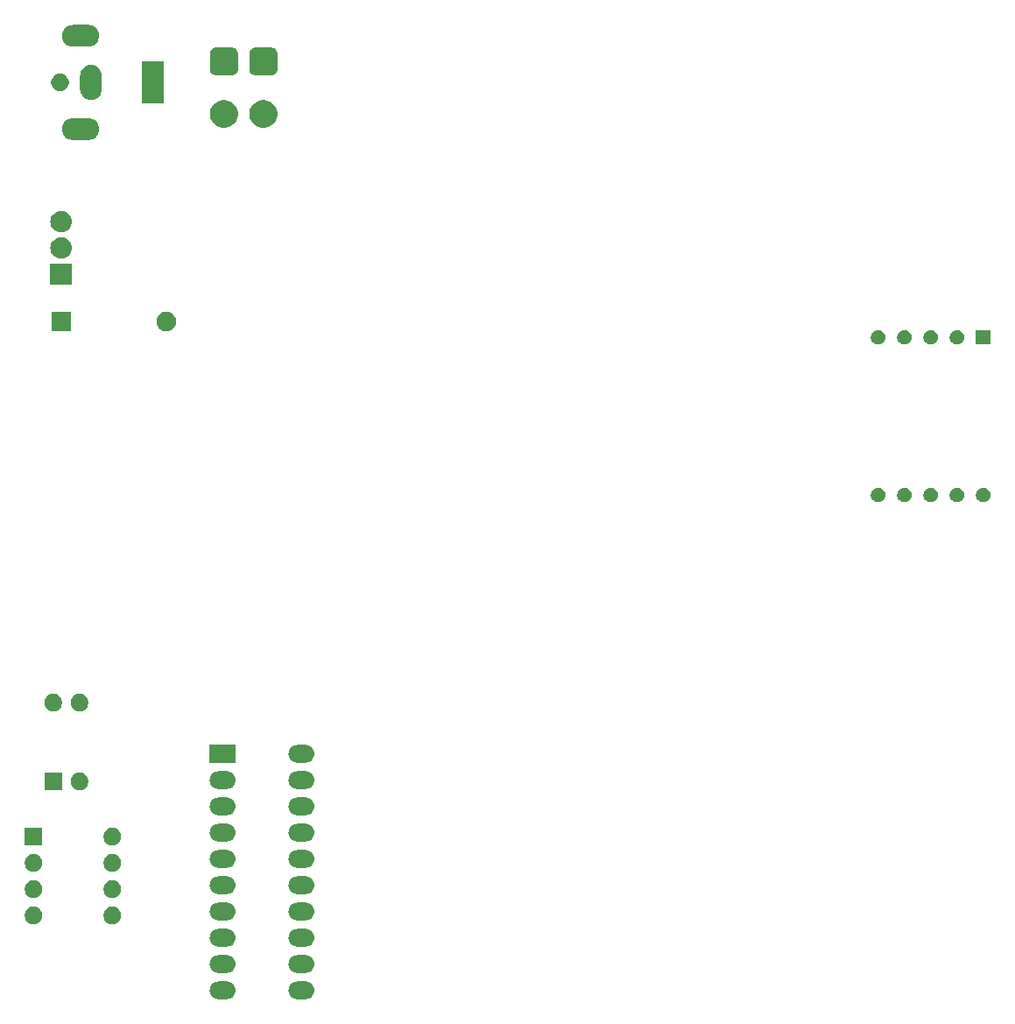
<source format=gbr>
G04 #@! TF.GenerationSoftware,KiCad,Pcbnew,(5.1.5)-3*
G04 #@! TF.CreationDate,2020-12-03T02:51:26-05:00*
G04 #@! TF.ProjectId,7447_Replica,37343437-5f52-4657-906c-6963612e6b69,rev?*
G04 #@! TF.SameCoordinates,Original*
G04 #@! TF.FileFunction,Soldermask,Bot*
G04 #@! TF.FilePolarity,Negative*
%FSLAX46Y46*%
G04 Gerber Fmt 4.6, Leading zero omitted, Abs format (unit mm)*
G04 Created by KiCad (PCBNEW (5.1.5)-3) date 2020-12-03 02:51:26*
%MOMM*%
%LPD*%
G04 APERTURE LIST*
%ADD10C,0.100000*%
G04 APERTURE END LIST*
D10*
G36*
X67876823Y-118414313D02*
G01*
X68037242Y-118462976D01*
X68169906Y-118533886D01*
X68185078Y-118541996D01*
X68314659Y-118648341D01*
X68421004Y-118777922D01*
X68421005Y-118777924D01*
X68500024Y-118925758D01*
X68548687Y-119086177D01*
X68565117Y-119253000D01*
X68548687Y-119419823D01*
X68500024Y-119580242D01*
X68429114Y-119712906D01*
X68421004Y-119728078D01*
X68314659Y-119857659D01*
X68185078Y-119964004D01*
X68185076Y-119964005D01*
X68037242Y-120043024D01*
X67876823Y-120091687D01*
X67751804Y-120104000D01*
X66868196Y-120104000D01*
X66743177Y-120091687D01*
X66582758Y-120043024D01*
X66434924Y-119964005D01*
X66434922Y-119964004D01*
X66305341Y-119857659D01*
X66198996Y-119728078D01*
X66190886Y-119712906D01*
X66119976Y-119580242D01*
X66071313Y-119419823D01*
X66054883Y-119253000D01*
X66071313Y-119086177D01*
X66119976Y-118925758D01*
X66198995Y-118777924D01*
X66198996Y-118777922D01*
X66305341Y-118648341D01*
X66434922Y-118541996D01*
X66450094Y-118533886D01*
X66582758Y-118462976D01*
X66743177Y-118414313D01*
X66868196Y-118402000D01*
X67751804Y-118402000D01*
X67876823Y-118414313D01*
G37*
G36*
X60256823Y-118414313D02*
G01*
X60417242Y-118462976D01*
X60549906Y-118533886D01*
X60565078Y-118541996D01*
X60694659Y-118648341D01*
X60801004Y-118777922D01*
X60801005Y-118777924D01*
X60880024Y-118925758D01*
X60928687Y-119086177D01*
X60945117Y-119253000D01*
X60928687Y-119419823D01*
X60880024Y-119580242D01*
X60809114Y-119712906D01*
X60801004Y-119728078D01*
X60694659Y-119857659D01*
X60565078Y-119964004D01*
X60565076Y-119964005D01*
X60417242Y-120043024D01*
X60256823Y-120091687D01*
X60131804Y-120104000D01*
X59248196Y-120104000D01*
X59123177Y-120091687D01*
X58962758Y-120043024D01*
X58814924Y-119964005D01*
X58814922Y-119964004D01*
X58685341Y-119857659D01*
X58578996Y-119728078D01*
X58570886Y-119712906D01*
X58499976Y-119580242D01*
X58451313Y-119419823D01*
X58434883Y-119253000D01*
X58451313Y-119086177D01*
X58499976Y-118925758D01*
X58578995Y-118777924D01*
X58578996Y-118777922D01*
X58685341Y-118648341D01*
X58814922Y-118541996D01*
X58830094Y-118533886D01*
X58962758Y-118462976D01*
X59123177Y-118414313D01*
X59248196Y-118402000D01*
X60131804Y-118402000D01*
X60256823Y-118414313D01*
G37*
G36*
X67876823Y-115874313D02*
G01*
X68037242Y-115922976D01*
X68169906Y-115993886D01*
X68185078Y-116001996D01*
X68314659Y-116108341D01*
X68421004Y-116237922D01*
X68421005Y-116237924D01*
X68500024Y-116385758D01*
X68548687Y-116546177D01*
X68565117Y-116713000D01*
X68548687Y-116879823D01*
X68500024Y-117040242D01*
X68429114Y-117172906D01*
X68421004Y-117188078D01*
X68314659Y-117317659D01*
X68185078Y-117424004D01*
X68185076Y-117424005D01*
X68037242Y-117503024D01*
X67876823Y-117551687D01*
X67751804Y-117564000D01*
X66868196Y-117564000D01*
X66743177Y-117551687D01*
X66582758Y-117503024D01*
X66434924Y-117424005D01*
X66434922Y-117424004D01*
X66305341Y-117317659D01*
X66198996Y-117188078D01*
X66190886Y-117172906D01*
X66119976Y-117040242D01*
X66071313Y-116879823D01*
X66054883Y-116713000D01*
X66071313Y-116546177D01*
X66119976Y-116385758D01*
X66198995Y-116237924D01*
X66198996Y-116237922D01*
X66305341Y-116108341D01*
X66434922Y-116001996D01*
X66450094Y-115993886D01*
X66582758Y-115922976D01*
X66743177Y-115874313D01*
X66868196Y-115862000D01*
X67751804Y-115862000D01*
X67876823Y-115874313D01*
G37*
G36*
X60256823Y-115874313D02*
G01*
X60417242Y-115922976D01*
X60549906Y-115993886D01*
X60565078Y-116001996D01*
X60694659Y-116108341D01*
X60801004Y-116237922D01*
X60801005Y-116237924D01*
X60880024Y-116385758D01*
X60928687Y-116546177D01*
X60945117Y-116713000D01*
X60928687Y-116879823D01*
X60880024Y-117040242D01*
X60809114Y-117172906D01*
X60801004Y-117188078D01*
X60694659Y-117317659D01*
X60565078Y-117424004D01*
X60565076Y-117424005D01*
X60417242Y-117503024D01*
X60256823Y-117551687D01*
X60131804Y-117564000D01*
X59248196Y-117564000D01*
X59123177Y-117551687D01*
X58962758Y-117503024D01*
X58814924Y-117424005D01*
X58814922Y-117424004D01*
X58685341Y-117317659D01*
X58578996Y-117188078D01*
X58570886Y-117172906D01*
X58499976Y-117040242D01*
X58451313Y-116879823D01*
X58434883Y-116713000D01*
X58451313Y-116546177D01*
X58499976Y-116385758D01*
X58578995Y-116237924D01*
X58578996Y-116237922D01*
X58685341Y-116108341D01*
X58814922Y-116001996D01*
X58830094Y-115993886D01*
X58962758Y-115922976D01*
X59123177Y-115874313D01*
X59248196Y-115862000D01*
X60131804Y-115862000D01*
X60256823Y-115874313D01*
G37*
G36*
X67876823Y-113334313D02*
G01*
X68037242Y-113382976D01*
X68169906Y-113453886D01*
X68185078Y-113461996D01*
X68314659Y-113568341D01*
X68421004Y-113697922D01*
X68421005Y-113697924D01*
X68500024Y-113845758D01*
X68548687Y-114006177D01*
X68565117Y-114173000D01*
X68548687Y-114339823D01*
X68500024Y-114500242D01*
X68429114Y-114632906D01*
X68421004Y-114648078D01*
X68314659Y-114777659D01*
X68185078Y-114884004D01*
X68185076Y-114884005D01*
X68037242Y-114963024D01*
X67876823Y-115011687D01*
X67751804Y-115024000D01*
X66868196Y-115024000D01*
X66743177Y-115011687D01*
X66582758Y-114963024D01*
X66434924Y-114884005D01*
X66434922Y-114884004D01*
X66305341Y-114777659D01*
X66198996Y-114648078D01*
X66190886Y-114632906D01*
X66119976Y-114500242D01*
X66071313Y-114339823D01*
X66054883Y-114173000D01*
X66071313Y-114006177D01*
X66119976Y-113845758D01*
X66198995Y-113697924D01*
X66198996Y-113697922D01*
X66305341Y-113568341D01*
X66434922Y-113461996D01*
X66450094Y-113453886D01*
X66582758Y-113382976D01*
X66743177Y-113334313D01*
X66868196Y-113322000D01*
X67751804Y-113322000D01*
X67876823Y-113334313D01*
G37*
G36*
X60256823Y-113334313D02*
G01*
X60417242Y-113382976D01*
X60549906Y-113453886D01*
X60565078Y-113461996D01*
X60694659Y-113568341D01*
X60801004Y-113697922D01*
X60801005Y-113697924D01*
X60880024Y-113845758D01*
X60928687Y-114006177D01*
X60945117Y-114173000D01*
X60928687Y-114339823D01*
X60880024Y-114500242D01*
X60809114Y-114632906D01*
X60801004Y-114648078D01*
X60694659Y-114777659D01*
X60565078Y-114884004D01*
X60565076Y-114884005D01*
X60417242Y-114963024D01*
X60256823Y-115011687D01*
X60131804Y-115024000D01*
X59248196Y-115024000D01*
X59123177Y-115011687D01*
X58962758Y-114963024D01*
X58814924Y-114884005D01*
X58814922Y-114884004D01*
X58685341Y-114777659D01*
X58578996Y-114648078D01*
X58570886Y-114632906D01*
X58499976Y-114500242D01*
X58451313Y-114339823D01*
X58434883Y-114173000D01*
X58451313Y-114006177D01*
X58499976Y-113845758D01*
X58578995Y-113697924D01*
X58578996Y-113697922D01*
X58685341Y-113568341D01*
X58814922Y-113461996D01*
X58830094Y-113453886D01*
X58962758Y-113382976D01*
X59123177Y-113334313D01*
X59248196Y-113322000D01*
X60131804Y-113322000D01*
X60256823Y-113334313D01*
G37*
G36*
X41650228Y-111195703D02*
G01*
X41805100Y-111259853D01*
X41944481Y-111352985D01*
X42063015Y-111471519D01*
X42156147Y-111610900D01*
X42220297Y-111765772D01*
X42253000Y-111930184D01*
X42253000Y-112097816D01*
X42220297Y-112262228D01*
X42156147Y-112417100D01*
X42063015Y-112556481D01*
X41944481Y-112675015D01*
X41805100Y-112768147D01*
X41650228Y-112832297D01*
X41485816Y-112865000D01*
X41318184Y-112865000D01*
X41153772Y-112832297D01*
X40998900Y-112768147D01*
X40859519Y-112675015D01*
X40740985Y-112556481D01*
X40647853Y-112417100D01*
X40583703Y-112262228D01*
X40551000Y-112097816D01*
X40551000Y-111930184D01*
X40583703Y-111765772D01*
X40647853Y-111610900D01*
X40740985Y-111471519D01*
X40859519Y-111352985D01*
X40998900Y-111259853D01*
X41153772Y-111195703D01*
X41318184Y-111163000D01*
X41485816Y-111163000D01*
X41650228Y-111195703D01*
G37*
G36*
X49270228Y-111195703D02*
G01*
X49425100Y-111259853D01*
X49564481Y-111352985D01*
X49683015Y-111471519D01*
X49776147Y-111610900D01*
X49840297Y-111765772D01*
X49873000Y-111930184D01*
X49873000Y-112097816D01*
X49840297Y-112262228D01*
X49776147Y-112417100D01*
X49683015Y-112556481D01*
X49564481Y-112675015D01*
X49425100Y-112768147D01*
X49270228Y-112832297D01*
X49105816Y-112865000D01*
X48938184Y-112865000D01*
X48773772Y-112832297D01*
X48618900Y-112768147D01*
X48479519Y-112675015D01*
X48360985Y-112556481D01*
X48267853Y-112417100D01*
X48203703Y-112262228D01*
X48171000Y-112097816D01*
X48171000Y-111930184D01*
X48203703Y-111765772D01*
X48267853Y-111610900D01*
X48360985Y-111471519D01*
X48479519Y-111352985D01*
X48618900Y-111259853D01*
X48773772Y-111195703D01*
X48938184Y-111163000D01*
X49105816Y-111163000D01*
X49270228Y-111195703D01*
G37*
G36*
X67876823Y-110794313D02*
G01*
X68037242Y-110842976D01*
X68169906Y-110913886D01*
X68185078Y-110921996D01*
X68314659Y-111028341D01*
X68421004Y-111157922D01*
X68421005Y-111157924D01*
X68500024Y-111305758D01*
X68548687Y-111466177D01*
X68565117Y-111633000D01*
X68548687Y-111799823D01*
X68500024Y-111960242D01*
X68429114Y-112092906D01*
X68421004Y-112108078D01*
X68314659Y-112237659D01*
X68185078Y-112344004D01*
X68185076Y-112344005D01*
X68037242Y-112423024D01*
X67876823Y-112471687D01*
X67751804Y-112484000D01*
X66868196Y-112484000D01*
X66743177Y-112471687D01*
X66582758Y-112423024D01*
X66434924Y-112344005D01*
X66434922Y-112344004D01*
X66305341Y-112237659D01*
X66198996Y-112108078D01*
X66190886Y-112092906D01*
X66119976Y-111960242D01*
X66071313Y-111799823D01*
X66054883Y-111633000D01*
X66071313Y-111466177D01*
X66119976Y-111305758D01*
X66198995Y-111157924D01*
X66198996Y-111157922D01*
X66305341Y-111028341D01*
X66434922Y-110921996D01*
X66450094Y-110913886D01*
X66582758Y-110842976D01*
X66743177Y-110794313D01*
X66868196Y-110782000D01*
X67751804Y-110782000D01*
X67876823Y-110794313D01*
G37*
G36*
X60256823Y-110794313D02*
G01*
X60417242Y-110842976D01*
X60549906Y-110913886D01*
X60565078Y-110921996D01*
X60694659Y-111028341D01*
X60801004Y-111157922D01*
X60801005Y-111157924D01*
X60880024Y-111305758D01*
X60928687Y-111466177D01*
X60945117Y-111633000D01*
X60928687Y-111799823D01*
X60880024Y-111960242D01*
X60809114Y-112092906D01*
X60801004Y-112108078D01*
X60694659Y-112237659D01*
X60565078Y-112344004D01*
X60565076Y-112344005D01*
X60417242Y-112423024D01*
X60256823Y-112471687D01*
X60131804Y-112484000D01*
X59248196Y-112484000D01*
X59123177Y-112471687D01*
X58962758Y-112423024D01*
X58814924Y-112344005D01*
X58814922Y-112344004D01*
X58685341Y-112237659D01*
X58578996Y-112108078D01*
X58570886Y-112092906D01*
X58499976Y-111960242D01*
X58451313Y-111799823D01*
X58434883Y-111633000D01*
X58451313Y-111466177D01*
X58499976Y-111305758D01*
X58578995Y-111157924D01*
X58578996Y-111157922D01*
X58685341Y-111028341D01*
X58814922Y-110921996D01*
X58830094Y-110913886D01*
X58962758Y-110842976D01*
X59123177Y-110794313D01*
X59248196Y-110782000D01*
X60131804Y-110782000D01*
X60256823Y-110794313D01*
G37*
G36*
X41650228Y-108655703D02*
G01*
X41805100Y-108719853D01*
X41944481Y-108812985D01*
X42063015Y-108931519D01*
X42156147Y-109070900D01*
X42220297Y-109225772D01*
X42253000Y-109390184D01*
X42253000Y-109557816D01*
X42220297Y-109722228D01*
X42156147Y-109877100D01*
X42063015Y-110016481D01*
X41944481Y-110135015D01*
X41805100Y-110228147D01*
X41650228Y-110292297D01*
X41485816Y-110325000D01*
X41318184Y-110325000D01*
X41153772Y-110292297D01*
X40998900Y-110228147D01*
X40859519Y-110135015D01*
X40740985Y-110016481D01*
X40647853Y-109877100D01*
X40583703Y-109722228D01*
X40551000Y-109557816D01*
X40551000Y-109390184D01*
X40583703Y-109225772D01*
X40647853Y-109070900D01*
X40740985Y-108931519D01*
X40859519Y-108812985D01*
X40998900Y-108719853D01*
X41153772Y-108655703D01*
X41318184Y-108623000D01*
X41485816Y-108623000D01*
X41650228Y-108655703D01*
G37*
G36*
X49270228Y-108655703D02*
G01*
X49425100Y-108719853D01*
X49564481Y-108812985D01*
X49683015Y-108931519D01*
X49776147Y-109070900D01*
X49840297Y-109225772D01*
X49873000Y-109390184D01*
X49873000Y-109557816D01*
X49840297Y-109722228D01*
X49776147Y-109877100D01*
X49683015Y-110016481D01*
X49564481Y-110135015D01*
X49425100Y-110228147D01*
X49270228Y-110292297D01*
X49105816Y-110325000D01*
X48938184Y-110325000D01*
X48773772Y-110292297D01*
X48618900Y-110228147D01*
X48479519Y-110135015D01*
X48360985Y-110016481D01*
X48267853Y-109877100D01*
X48203703Y-109722228D01*
X48171000Y-109557816D01*
X48171000Y-109390184D01*
X48203703Y-109225772D01*
X48267853Y-109070900D01*
X48360985Y-108931519D01*
X48479519Y-108812985D01*
X48618900Y-108719853D01*
X48773772Y-108655703D01*
X48938184Y-108623000D01*
X49105816Y-108623000D01*
X49270228Y-108655703D01*
G37*
G36*
X60256823Y-108254313D02*
G01*
X60417242Y-108302976D01*
X60549906Y-108373886D01*
X60565078Y-108381996D01*
X60694659Y-108488341D01*
X60801004Y-108617922D01*
X60801005Y-108617924D01*
X60880024Y-108765758D01*
X60928687Y-108926177D01*
X60945117Y-109093000D01*
X60928687Y-109259823D01*
X60880024Y-109420242D01*
X60809114Y-109552906D01*
X60801004Y-109568078D01*
X60694659Y-109697659D01*
X60565078Y-109804004D01*
X60565076Y-109804005D01*
X60417242Y-109883024D01*
X60256823Y-109931687D01*
X60131804Y-109944000D01*
X59248196Y-109944000D01*
X59123177Y-109931687D01*
X58962758Y-109883024D01*
X58814924Y-109804005D01*
X58814922Y-109804004D01*
X58685341Y-109697659D01*
X58578996Y-109568078D01*
X58570886Y-109552906D01*
X58499976Y-109420242D01*
X58451313Y-109259823D01*
X58434883Y-109093000D01*
X58451313Y-108926177D01*
X58499976Y-108765758D01*
X58578995Y-108617924D01*
X58578996Y-108617922D01*
X58685341Y-108488341D01*
X58814922Y-108381996D01*
X58830094Y-108373886D01*
X58962758Y-108302976D01*
X59123177Y-108254313D01*
X59248196Y-108242000D01*
X60131804Y-108242000D01*
X60256823Y-108254313D01*
G37*
G36*
X67876823Y-108254313D02*
G01*
X68037242Y-108302976D01*
X68169906Y-108373886D01*
X68185078Y-108381996D01*
X68314659Y-108488341D01*
X68421004Y-108617922D01*
X68421005Y-108617924D01*
X68500024Y-108765758D01*
X68548687Y-108926177D01*
X68565117Y-109093000D01*
X68548687Y-109259823D01*
X68500024Y-109420242D01*
X68429114Y-109552906D01*
X68421004Y-109568078D01*
X68314659Y-109697659D01*
X68185078Y-109804004D01*
X68185076Y-109804005D01*
X68037242Y-109883024D01*
X67876823Y-109931687D01*
X67751804Y-109944000D01*
X66868196Y-109944000D01*
X66743177Y-109931687D01*
X66582758Y-109883024D01*
X66434924Y-109804005D01*
X66434922Y-109804004D01*
X66305341Y-109697659D01*
X66198996Y-109568078D01*
X66190886Y-109552906D01*
X66119976Y-109420242D01*
X66071313Y-109259823D01*
X66054883Y-109093000D01*
X66071313Y-108926177D01*
X66119976Y-108765758D01*
X66198995Y-108617924D01*
X66198996Y-108617922D01*
X66305341Y-108488341D01*
X66434922Y-108381996D01*
X66450094Y-108373886D01*
X66582758Y-108302976D01*
X66743177Y-108254313D01*
X66868196Y-108242000D01*
X67751804Y-108242000D01*
X67876823Y-108254313D01*
G37*
G36*
X49270228Y-106115703D02*
G01*
X49425100Y-106179853D01*
X49564481Y-106272985D01*
X49683015Y-106391519D01*
X49776147Y-106530900D01*
X49840297Y-106685772D01*
X49873000Y-106850184D01*
X49873000Y-107017816D01*
X49840297Y-107182228D01*
X49776147Y-107337100D01*
X49683015Y-107476481D01*
X49564481Y-107595015D01*
X49425100Y-107688147D01*
X49270228Y-107752297D01*
X49105816Y-107785000D01*
X48938184Y-107785000D01*
X48773772Y-107752297D01*
X48618900Y-107688147D01*
X48479519Y-107595015D01*
X48360985Y-107476481D01*
X48267853Y-107337100D01*
X48203703Y-107182228D01*
X48171000Y-107017816D01*
X48171000Y-106850184D01*
X48203703Y-106685772D01*
X48267853Y-106530900D01*
X48360985Y-106391519D01*
X48479519Y-106272985D01*
X48618900Y-106179853D01*
X48773772Y-106115703D01*
X48938184Y-106083000D01*
X49105816Y-106083000D01*
X49270228Y-106115703D01*
G37*
G36*
X41650228Y-106115703D02*
G01*
X41805100Y-106179853D01*
X41944481Y-106272985D01*
X42063015Y-106391519D01*
X42156147Y-106530900D01*
X42220297Y-106685772D01*
X42253000Y-106850184D01*
X42253000Y-107017816D01*
X42220297Y-107182228D01*
X42156147Y-107337100D01*
X42063015Y-107476481D01*
X41944481Y-107595015D01*
X41805100Y-107688147D01*
X41650228Y-107752297D01*
X41485816Y-107785000D01*
X41318184Y-107785000D01*
X41153772Y-107752297D01*
X40998900Y-107688147D01*
X40859519Y-107595015D01*
X40740985Y-107476481D01*
X40647853Y-107337100D01*
X40583703Y-107182228D01*
X40551000Y-107017816D01*
X40551000Y-106850184D01*
X40583703Y-106685772D01*
X40647853Y-106530900D01*
X40740985Y-106391519D01*
X40859519Y-106272985D01*
X40998900Y-106179853D01*
X41153772Y-106115703D01*
X41318184Y-106083000D01*
X41485816Y-106083000D01*
X41650228Y-106115703D01*
G37*
G36*
X60256823Y-105714313D02*
G01*
X60417242Y-105762976D01*
X60549906Y-105833886D01*
X60565078Y-105841996D01*
X60694659Y-105948341D01*
X60801004Y-106077922D01*
X60801005Y-106077924D01*
X60880024Y-106225758D01*
X60928687Y-106386177D01*
X60945117Y-106553000D01*
X60928687Y-106719823D01*
X60880024Y-106880242D01*
X60809114Y-107012906D01*
X60801004Y-107028078D01*
X60694659Y-107157659D01*
X60565078Y-107264004D01*
X60565076Y-107264005D01*
X60417242Y-107343024D01*
X60256823Y-107391687D01*
X60131804Y-107404000D01*
X59248196Y-107404000D01*
X59123177Y-107391687D01*
X58962758Y-107343024D01*
X58814924Y-107264005D01*
X58814922Y-107264004D01*
X58685341Y-107157659D01*
X58578996Y-107028078D01*
X58570886Y-107012906D01*
X58499976Y-106880242D01*
X58451313Y-106719823D01*
X58434883Y-106553000D01*
X58451313Y-106386177D01*
X58499976Y-106225758D01*
X58578995Y-106077924D01*
X58578996Y-106077922D01*
X58685341Y-105948341D01*
X58814922Y-105841996D01*
X58830094Y-105833886D01*
X58962758Y-105762976D01*
X59123177Y-105714313D01*
X59248196Y-105702000D01*
X60131804Y-105702000D01*
X60256823Y-105714313D01*
G37*
G36*
X67876823Y-105714313D02*
G01*
X68037242Y-105762976D01*
X68169906Y-105833886D01*
X68185078Y-105841996D01*
X68314659Y-105948341D01*
X68421004Y-106077922D01*
X68421005Y-106077924D01*
X68500024Y-106225758D01*
X68548687Y-106386177D01*
X68565117Y-106553000D01*
X68548687Y-106719823D01*
X68500024Y-106880242D01*
X68429114Y-107012906D01*
X68421004Y-107028078D01*
X68314659Y-107157659D01*
X68185078Y-107264004D01*
X68185076Y-107264005D01*
X68037242Y-107343024D01*
X67876823Y-107391687D01*
X67751804Y-107404000D01*
X66868196Y-107404000D01*
X66743177Y-107391687D01*
X66582758Y-107343024D01*
X66434924Y-107264005D01*
X66434922Y-107264004D01*
X66305341Y-107157659D01*
X66198996Y-107028078D01*
X66190886Y-107012906D01*
X66119976Y-106880242D01*
X66071313Y-106719823D01*
X66054883Y-106553000D01*
X66071313Y-106386177D01*
X66119976Y-106225758D01*
X66198995Y-106077924D01*
X66198996Y-106077922D01*
X66305341Y-105948341D01*
X66434922Y-105841996D01*
X66450094Y-105833886D01*
X66582758Y-105762976D01*
X66743177Y-105714313D01*
X66868196Y-105702000D01*
X67751804Y-105702000D01*
X67876823Y-105714313D01*
G37*
G36*
X49270228Y-103575703D02*
G01*
X49425100Y-103639853D01*
X49564481Y-103732985D01*
X49683015Y-103851519D01*
X49776147Y-103990900D01*
X49840297Y-104145772D01*
X49873000Y-104310184D01*
X49873000Y-104477816D01*
X49840297Y-104642228D01*
X49776147Y-104797100D01*
X49683015Y-104936481D01*
X49564481Y-105055015D01*
X49425100Y-105148147D01*
X49270228Y-105212297D01*
X49105816Y-105245000D01*
X48938184Y-105245000D01*
X48773772Y-105212297D01*
X48618900Y-105148147D01*
X48479519Y-105055015D01*
X48360985Y-104936481D01*
X48267853Y-104797100D01*
X48203703Y-104642228D01*
X48171000Y-104477816D01*
X48171000Y-104310184D01*
X48203703Y-104145772D01*
X48267853Y-103990900D01*
X48360985Y-103851519D01*
X48479519Y-103732985D01*
X48618900Y-103639853D01*
X48773772Y-103575703D01*
X48938184Y-103543000D01*
X49105816Y-103543000D01*
X49270228Y-103575703D01*
G37*
G36*
X42253000Y-105245000D02*
G01*
X40551000Y-105245000D01*
X40551000Y-103543000D01*
X42253000Y-103543000D01*
X42253000Y-105245000D01*
G37*
G36*
X67876823Y-103174313D02*
G01*
X68037242Y-103222976D01*
X68169906Y-103293886D01*
X68185078Y-103301996D01*
X68314659Y-103408341D01*
X68421004Y-103537922D01*
X68421005Y-103537924D01*
X68500024Y-103685758D01*
X68548687Y-103846177D01*
X68565117Y-104013000D01*
X68548687Y-104179823D01*
X68500024Y-104340242D01*
X68429114Y-104472906D01*
X68421004Y-104488078D01*
X68314659Y-104617659D01*
X68185078Y-104724004D01*
X68185076Y-104724005D01*
X68037242Y-104803024D01*
X67876823Y-104851687D01*
X67751804Y-104864000D01*
X66868196Y-104864000D01*
X66743177Y-104851687D01*
X66582758Y-104803024D01*
X66434924Y-104724005D01*
X66434922Y-104724004D01*
X66305341Y-104617659D01*
X66198996Y-104488078D01*
X66190886Y-104472906D01*
X66119976Y-104340242D01*
X66071313Y-104179823D01*
X66054883Y-104013000D01*
X66071313Y-103846177D01*
X66119976Y-103685758D01*
X66198995Y-103537924D01*
X66198996Y-103537922D01*
X66305341Y-103408341D01*
X66434922Y-103301996D01*
X66450094Y-103293886D01*
X66582758Y-103222976D01*
X66743177Y-103174313D01*
X66868196Y-103162000D01*
X67751804Y-103162000D01*
X67876823Y-103174313D01*
G37*
G36*
X60256823Y-103174313D02*
G01*
X60417242Y-103222976D01*
X60549906Y-103293886D01*
X60565078Y-103301996D01*
X60694659Y-103408341D01*
X60801004Y-103537922D01*
X60801005Y-103537924D01*
X60880024Y-103685758D01*
X60928687Y-103846177D01*
X60945117Y-104013000D01*
X60928687Y-104179823D01*
X60880024Y-104340242D01*
X60809114Y-104472906D01*
X60801004Y-104488078D01*
X60694659Y-104617659D01*
X60565078Y-104724004D01*
X60565076Y-104724005D01*
X60417242Y-104803024D01*
X60256823Y-104851687D01*
X60131804Y-104864000D01*
X59248196Y-104864000D01*
X59123177Y-104851687D01*
X58962758Y-104803024D01*
X58814924Y-104724005D01*
X58814922Y-104724004D01*
X58685341Y-104617659D01*
X58578996Y-104488078D01*
X58570886Y-104472906D01*
X58499976Y-104340242D01*
X58451313Y-104179823D01*
X58434883Y-104013000D01*
X58451313Y-103846177D01*
X58499976Y-103685758D01*
X58578995Y-103537924D01*
X58578996Y-103537922D01*
X58685341Y-103408341D01*
X58814922Y-103301996D01*
X58830094Y-103293886D01*
X58962758Y-103222976D01*
X59123177Y-103174313D01*
X59248196Y-103162000D01*
X60131804Y-103162000D01*
X60256823Y-103174313D01*
G37*
G36*
X67876823Y-100634313D02*
G01*
X68037242Y-100682976D01*
X68169906Y-100753886D01*
X68185078Y-100761996D01*
X68314659Y-100868341D01*
X68421004Y-100997922D01*
X68421005Y-100997924D01*
X68500024Y-101145758D01*
X68548687Y-101306177D01*
X68565117Y-101473000D01*
X68548687Y-101639823D01*
X68500024Y-101800242D01*
X68429114Y-101932906D01*
X68421004Y-101948078D01*
X68314659Y-102077659D01*
X68185078Y-102184004D01*
X68185076Y-102184005D01*
X68037242Y-102263024D01*
X67876823Y-102311687D01*
X67751804Y-102324000D01*
X66868196Y-102324000D01*
X66743177Y-102311687D01*
X66582758Y-102263024D01*
X66434924Y-102184005D01*
X66434922Y-102184004D01*
X66305341Y-102077659D01*
X66198996Y-101948078D01*
X66190886Y-101932906D01*
X66119976Y-101800242D01*
X66071313Y-101639823D01*
X66054883Y-101473000D01*
X66071313Y-101306177D01*
X66119976Y-101145758D01*
X66198995Y-100997924D01*
X66198996Y-100997922D01*
X66305341Y-100868341D01*
X66434922Y-100761996D01*
X66450094Y-100753886D01*
X66582758Y-100682976D01*
X66743177Y-100634313D01*
X66868196Y-100622000D01*
X67751804Y-100622000D01*
X67876823Y-100634313D01*
G37*
G36*
X60256823Y-100634313D02*
G01*
X60417242Y-100682976D01*
X60549906Y-100753886D01*
X60565078Y-100761996D01*
X60694659Y-100868341D01*
X60801004Y-100997922D01*
X60801005Y-100997924D01*
X60880024Y-101145758D01*
X60928687Y-101306177D01*
X60945117Y-101473000D01*
X60928687Y-101639823D01*
X60880024Y-101800242D01*
X60809114Y-101932906D01*
X60801004Y-101948078D01*
X60694659Y-102077659D01*
X60565078Y-102184004D01*
X60565076Y-102184005D01*
X60417242Y-102263024D01*
X60256823Y-102311687D01*
X60131804Y-102324000D01*
X59248196Y-102324000D01*
X59123177Y-102311687D01*
X58962758Y-102263024D01*
X58814924Y-102184005D01*
X58814922Y-102184004D01*
X58685341Y-102077659D01*
X58578996Y-101948078D01*
X58570886Y-101932906D01*
X58499976Y-101800242D01*
X58451313Y-101639823D01*
X58434883Y-101473000D01*
X58451313Y-101306177D01*
X58499976Y-101145758D01*
X58578995Y-100997924D01*
X58578996Y-100997922D01*
X58685341Y-100868341D01*
X58814922Y-100761996D01*
X58830094Y-100753886D01*
X58962758Y-100682976D01*
X59123177Y-100634313D01*
X59248196Y-100622000D01*
X60131804Y-100622000D01*
X60256823Y-100634313D01*
G37*
G36*
X46095228Y-98241703D02*
G01*
X46250100Y-98305853D01*
X46389481Y-98398985D01*
X46508015Y-98517519D01*
X46601147Y-98656900D01*
X46665297Y-98811772D01*
X46698000Y-98976184D01*
X46698000Y-99143816D01*
X46665297Y-99308228D01*
X46601147Y-99463100D01*
X46508015Y-99602481D01*
X46389481Y-99721015D01*
X46250100Y-99814147D01*
X46095228Y-99878297D01*
X45930816Y-99911000D01*
X45763184Y-99911000D01*
X45598772Y-99878297D01*
X45443900Y-99814147D01*
X45304519Y-99721015D01*
X45185985Y-99602481D01*
X45092853Y-99463100D01*
X45028703Y-99308228D01*
X44996000Y-99143816D01*
X44996000Y-98976184D01*
X45028703Y-98811772D01*
X45092853Y-98656900D01*
X45185985Y-98517519D01*
X45304519Y-98398985D01*
X45443900Y-98305853D01*
X45598772Y-98241703D01*
X45763184Y-98209000D01*
X45930816Y-98209000D01*
X46095228Y-98241703D01*
G37*
G36*
X44158000Y-99911000D02*
G01*
X42456000Y-99911000D01*
X42456000Y-98209000D01*
X44158000Y-98209000D01*
X44158000Y-99911000D01*
G37*
G36*
X60256823Y-98094313D02*
G01*
X60417242Y-98142976D01*
X60540764Y-98209000D01*
X60565078Y-98221996D01*
X60694659Y-98328341D01*
X60801004Y-98457922D01*
X60801005Y-98457924D01*
X60880024Y-98605758D01*
X60928687Y-98766177D01*
X60945117Y-98933000D01*
X60928687Y-99099823D01*
X60880024Y-99260242D01*
X60854375Y-99308228D01*
X60801004Y-99408078D01*
X60694659Y-99537659D01*
X60565078Y-99644004D01*
X60565076Y-99644005D01*
X60417242Y-99723024D01*
X60256823Y-99771687D01*
X60131804Y-99784000D01*
X59248196Y-99784000D01*
X59123177Y-99771687D01*
X58962758Y-99723024D01*
X58814924Y-99644005D01*
X58814922Y-99644004D01*
X58685341Y-99537659D01*
X58578996Y-99408078D01*
X58525625Y-99308228D01*
X58499976Y-99260242D01*
X58451313Y-99099823D01*
X58434883Y-98933000D01*
X58451313Y-98766177D01*
X58499976Y-98605758D01*
X58578995Y-98457924D01*
X58578996Y-98457922D01*
X58685341Y-98328341D01*
X58814922Y-98221996D01*
X58839236Y-98209000D01*
X58962758Y-98142976D01*
X59123177Y-98094313D01*
X59248196Y-98082000D01*
X60131804Y-98082000D01*
X60256823Y-98094313D01*
G37*
G36*
X67876823Y-98094313D02*
G01*
X68037242Y-98142976D01*
X68160764Y-98209000D01*
X68185078Y-98221996D01*
X68314659Y-98328341D01*
X68421004Y-98457922D01*
X68421005Y-98457924D01*
X68500024Y-98605758D01*
X68548687Y-98766177D01*
X68565117Y-98933000D01*
X68548687Y-99099823D01*
X68500024Y-99260242D01*
X68474375Y-99308228D01*
X68421004Y-99408078D01*
X68314659Y-99537659D01*
X68185078Y-99644004D01*
X68185076Y-99644005D01*
X68037242Y-99723024D01*
X67876823Y-99771687D01*
X67751804Y-99784000D01*
X66868196Y-99784000D01*
X66743177Y-99771687D01*
X66582758Y-99723024D01*
X66434924Y-99644005D01*
X66434922Y-99644004D01*
X66305341Y-99537659D01*
X66198996Y-99408078D01*
X66145625Y-99308228D01*
X66119976Y-99260242D01*
X66071313Y-99099823D01*
X66054883Y-98933000D01*
X66071313Y-98766177D01*
X66119976Y-98605758D01*
X66198995Y-98457924D01*
X66198996Y-98457922D01*
X66305341Y-98328341D01*
X66434922Y-98221996D01*
X66459236Y-98209000D01*
X66582758Y-98142976D01*
X66743177Y-98094313D01*
X66868196Y-98082000D01*
X67751804Y-98082000D01*
X67876823Y-98094313D01*
G37*
G36*
X67876823Y-95554313D02*
G01*
X68037242Y-95602976D01*
X68169906Y-95673886D01*
X68185078Y-95681996D01*
X68314659Y-95788341D01*
X68421004Y-95917922D01*
X68421005Y-95917924D01*
X68500024Y-96065758D01*
X68548687Y-96226177D01*
X68565117Y-96393000D01*
X68548687Y-96559823D01*
X68500024Y-96720242D01*
X68429114Y-96852906D01*
X68421004Y-96868078D01*
X68314659Y-96997659D01*
X68185078Y-97104004D01*
X68185076Y-97104005D01*
X68037242Y-97183024D01*
X67876823Y-97231687D01*
X67751804Y-97244000D01*
X66868196Y-97244000D01*
X66743177Y-97231687D01*
X66582758Y-97183024D01*
X66434924Y-97104005D01*
X66434922Y-97104004D01*
X66305341Y-96997659D01*
X66198996Y-96868078D01*
X66190886Y-96852906D01*
X66119976Y-96720242D01*
X66071313Y-96559823D01*
X66054883Y-96393000D01*
X66071313Y-96226177D01*
X66119976Y-96065758D01*
X66198995Y-95917924D01*
X66198996Y-95917922D01*
X66305341Y-95788341D01*
X66434922Y-95681996D01*
X66450094Y-95673886D01*
X66582758Y-95602976D01*
X66743177Y-95554313D01*
X66868196Y-95542000D01*
X67751804Y-95542000D01*
X67876823Y-95554313D01*
G37*
G36*
X60941000Y-97244000D02*
G01*
X58439000Y-97244000D01*
X58439000Y-95542000D01*
X60941000Y-95542000D01*
X60941000Y-97244000D01*
G37*
G36*
X46095228Y-90621703D02*
G01*
X46250100Y-90685853D01*
X46389481Y-90778985D01*
X46508015Y-90897519D01*
X46601147Y-91036900D01*
X46665297Y-91191772D01*
X46698000Y-91356184D01*
X46698000Y-91523816D01*
X46665297Y-91688228D01*
X46601147Y-91843100D01*
X46508015Y-91982481D01*
X46389481Y-92101015D01*
X46250100Y-92194147D01*
X46095228Y-92258297D01*
X45930816Y-92291000D01*
X45763184Y-92291000D01*
X45598772Y-92258297D01*
X45443900Y-92194147D01*
X45304519Y-92101015D01*
X45185985Y-91982481D01*
X45092853Y-91843100D01*
X45028703Y-91688228D01*
X44996000Y-91523816D01*
X44996000Y-91356184D01*
X45028703Y-91191772D01*
X45092853Y-91036900D01*
X45185985Y-90897519D01*
X45304519Y-90778985D01*
X45443900Y-90685853D01*
X45598772Y-90621703D01*
X45763184Y-90589000D01*
X45930816Y-90589000D01*
X46095228Y-90621703D01*
G37*
G36*
X43555228Y-90621703D02*
G01*
X43710100Y-90685853D01*
X43849481Y-90778985D01*
X43968015Y-90897519D01*
X44061147Y-91036900D01*
X44125297Y-91191772D01*
X44158000Y-91356184D01*
X44158000Y-91523816D01*
X44125297Y-91688228D01*
X44061147Y-91843100D01*
X43968015Y-91982481D01*
X43849481Y-92101015D01*
X43710100Y-92194147D01*
X43555228Y-92258297D01*
X43390816Y-92291000D01*
X43223184Y-92291000D01*
X43058772Y-92258297D01*
X42903900Y-92194147D01*
X42764519Y-92101015D01*
X42645985Y-91982481D01*
X42552853Y-91843100D01*
X42488703Y-91688228D01*
X42456000Y-91523816D01*
X42456000Y-91356184D01*
X42488703Y-91191772D01*
X42552853Y-91036900D01*
X42645985Y-90897519D01*
X42764519Y-90778985D01*
X42903900Y-90685853D01*
X43058772Y-90621703D01*
X43223184Y-90589000D01*
X43390816Y-90589000D01*
X43555228Y-90621703D01*
G37*
G36*
X133428641Y-70696092D02*
G01*
X133556941Y-70749236D01*
X133556943Y-70749237D01*
X133615069Y-70788076D01*
X133672410Y-70826390D01*
X133770610Y-70924590D01*
X133847764Y-71040059D01*
X133900908Y-71168359D01*
X133928000Y-71304562D01*
X133928000Y-71443438D01*
X133900908Y-71579641D01*
X133847764Y-71707941D01*
X133847763Y-71707943D01*
X133770609Y-71823411D01*
X133672411Y-71921609D01*
X133556943Y-71998763D01*
X133556942Y-71998764D01*
X133556941Y-71998764D01*
X133428641Y-72051908D01*
X133292438Y-72079000D01*
X133153562Y-72079000D01*
X133017359Y-72051908D01*
X132889059Y-71998764D01*
X132889058Y-71998764D01*
X132889057Y-71998763D01*
X132773589Y-71921609D01*
X132675391Y-71823411D01*
X132598237Y-71707943D01*
X132598236Y-71707941D01*
X132545092Y-71579641D01*
X132518000Y-71443438D01*
X132518000Y-71304562D01*
X132545092Y-71168359D01*
X132598236Y-71040059D01*
X132675390Y-70924590D01*
X132773590Y-70826390D01*
X132830931Y-70788076D01*
X132889057Y-70749237D01*
X132889059Y-70749236D01*
X133017359Y-70696092D01*
X133153562Y-70669000D01*
X133292438Y-70669000D01*
X133428641Y-70696092D01*
G37*
G36*
X130888641Y-70696092D02*
G01*
X131016941Y-70749236D01*
X131016943Y-70749237D01*
X131075069Y-70788076D01*
X131132410Y-70826390D01*
X131230610Y-70924590D01*
X131307764Y-71040059D01*
X131360908Y-71168359D01*
X131388000Y-71304562D01*
X131388000Y-71443438D01*
X131360908Y-71579641D01*
X131307764Y-71707941D01*
X131307763Y-71707943D01*
X131230609Y-71823411D01*
X131132411Y-71921609D01*
X131016943Y-71998763D01*
X131016942Y-71998764D01*
X131016941Y-71998764D01*
X130888641Y-72051908D01*
X130752438Y-72079000D01*
X130613562Y-72079000D01*
X130477359Y-72051908D01*
X130349059Y-71998764D01*
X130349058Y-71998764D01*
X130349057Y-71998763D01*
X130233589Y-71921609D01*
X130135391Y-71823411D01*
X130058237Y-71707943D01*
X130058236Y-71707941D01*
X130005092Y-71579641D01*
X129978000Y-71443438D01*
X129978000Y-71304562D01*
X130005092Y-71168359D01*
X130058236Y-71040059D01*
X130135390Y-70924590D01*
X130233590Y-70826390D01*
X130290931Y-70788076D01*
X130349057Y-70749237D01*
X130349059Y-70749236D01*
X130477359Y-70696092D01*
X130613562Y-70669000D01*
X130752438Y-70669000D01*
X130888641Y-70696092D01*
G37*
G36*
X123268641Y-70696092D02*
G01*
X123396941Y-70749236D01*
X123396943Y-70749237D01*
X123455069Y-70788076D01*
X123512410Y-70826390D01*
X123610610Y-70924590D01*
X123687764Y-71040059D01*
X123740908Y-71168359D01*
X123768000Y-71304562D01*
X123768000Y-71443438D01*
X123740908Y-71579641D01*
X123687764Y-71707941D01*
X123687763Y-71707943D01*
X123610609Y-71823411D01*
X123512411Y-71921609D01*
X123396943Y-71998763D01*
X123396942Y-71998764D01*
X123396941Y-71998764D01*
X123268641Y-72051908D01*
X123132438Y-72079000D01*
X122993562Y-72079000D01*
X122857359Y-72051908D01*
X122729059Y-71998764D01*
X122729058Y-71998764D01*
X122729057Y-71998763D01*
X122613589Y-71921609D01*
X122515391Y-71823411D01*
X122438237Y-71707943D01*
X122438236Y-71707941D01*
X122385092Y-71579641D01*
X122358000Y-71443438D01*
X122358000Y-71304562D01*
X122385092Y-71168359D01*
X122438236Y-71040059D01*
X122515390Y-70924590D01*
X122613590Y-70826390D01*
X122670931Y-70788076D01*
X122729057Y-70749237D01*
X122729059Y-70749236D01*
X122857359Y-70696092D01*
X122993562Y-70669000D01*
X123132438Y-70669000D01*
X123268641Y-70696092D01*
G37*
G36*
X125808641Y-70696092D02*
G01*
X125936941Y-70749236D01*
X125936943Y-70749237D01*
X125995069Y-70788076D01*
X126052410Y-70826390D01*
X126150610Y-70924590D01*
X126227764Y-71040059D01*
X126280908Y-71168359D01*
X126308000Y-71304562D01*
X126308000Y-71443438D01*
X126280908Y-71579641D01*
X126227764Y-71707941D01*
X126227763Y-71707943D01*
X126150609Y-71823411D01*
X126052411Y-71921609D01*
X125936943Y-71998763D01*
X125936942Y-71998764D01*
X125936941Y-71998764D01*
X125808641Y-72051908D01*
X125672438Y-72079000D01*
X125533562Y-72079000D01*
X125397359Y-72051908D01*
X125269059Y-71998764D01*
X125269058Y-71998764D01*
X125269057Y-71998763D01*
X125153589Y-71921609D01*
X125055391Y-71823411D01*
X124978237Y-71707943D01*
X124978236Y-71707941D01*
X124925092Y-71579641D01*
X124898000Y-71443438D01*
X124898000Y-71304562D01*
X124925092Y-71168359D01*
X124978236Y-71040059D01*
X125055390Y-70924590D01*
X125153590Y-70826390D01*
X125210931Y-70788076D01*
X125269057Y-70749237D01*
X125269059Y-70749236D01*
X125397359Y-70696092D01*
X125533562Y-70669000D01*
X125672438Y-70669000D01*
X125808641Y-70696092D01*
G37*
G36*
X128348641Y-70696092D02*
G01*
X128476941Y-70749236D01*
X128476943Y-70749237D01*
X128535069Y-70788076D01*
X128592410Y-70826390D01*
X128690610Y-70924590D01*
X128767764Y-71040059D01*
X128820908Y-71168359D01*
X128848000Y-71304562D01*
X128848000Y-71443438D01*
X128820908Y-71579641D01*
X128767764Y-71707941D01*
X128767763Y-71707943D01*
X128690609Y-71823411D01*
X128592411Y-71921609D01*
X128476943Y-71998763D01*
X128476942Y-71998764D01*
X128476941Y-71998764D01*
X128348641Y-72051908D01*
X128212438Y-72079000D01*
X128073562Y-72079000D01*
X127937359Y-72051908D01*
X127809059Y-71998764D01*
X127809058Y-71998764D01*
X127809057Y-71998763D01*
X127693589Y-71921609D01*
X127595391Y-71823411D01*
X127518237Y-71707943D01*
X127518236Y-71707941D01*
X127465092Y-71579641D01*
X127438000Y-71443438D01*
X127438000Y-71304562D01*
X127465092Y-71168359D01*
X127518236Y-71040059D01*
X127595390Y-70924590D01*
X127693590Y-70826390D01*
X127750931Y-70788076D01*
X127809057Y-70749237D01*
X127809059Y-70749236D01*
X127937359Y-70696092D01*
X128073562Y-70669000D01*
X128212438Y-70669000D01*
X128348641Y-70696092D01*
G37*
G36*
X133928000Y-56839000D02*
G01*
X132518000Y-56839000D01*
X132518000Y-55429000D01*
X133928000Y-55429000D01*
X133928000Y-56839000D01*
G37*
G36*
X123268641Y-55456092D02*
G01*
X123396941Y-55509236D01*
X123396943Y-55509237D01*
X123455069Y-55548076D01*
X123512410Y-55586390D01*
X123610610Y-55684590D01*
X123687764Y-55800059D01*
X123740908Y-55928359D01*
X123768000Y-56064562D01*
X123768000Y-56203438D01*
X123740908Y-56339641D01*
X123687764Y-56467941D01*
X123687763Y-56467943D01*
X123610609Y-56583411D01*
X123512411Y-56681609D01*
X123396943Y-56758763D01*
X123396942Y-56758764D01*
X123396941Y-56758764D01*
X123268641Y-56811908D01*
X123132438Y-56839000D01*
X122993562Y-56839000D01*
X122857359Y-56811908D01*
X122729059Y-56758764D01*
X122729058Y-56758764D01*
X122729057Y-56758763D01*
X122613589Y-56681609D01*
X122515391Y-56583411D01*
X122438237Y-56467943D01*
X122438236Y-56467941D01*
X122385092Y-56339641D01*
X122358000Y-56203438D01*
X122358000Y-56064562D01*
X122385092Y-55928359D01*
X122438236Y-55800059D01*
X122515390Y-55684590D01*
X122613590Y-55586390D01*
X122670931Y-55548076D01*
X122729057Y-55509237D01*
X122729059Y-55509236D01*
X122857359Y-55456092D01*
X122993562Y-55429000D01*
X123132438Y-55429000D01*
X123268641Y-55456092D01*
G37*
G36*
X125808641Y-55456092D02*
G01*
X125936941Y-55509236D01*
X125936943Y-55509237D01*
X125995069Y-55548076D01*
X126052410Y-55586390D01*
X126150610Y-55684590D01*
X126227764Y-55800059D01*
X126280908Y-55928359D01*
X126308000Y-56064562D01*
X126308000Y-56203438D01*
X126280908Y-56339641D01*
X126227764Y-56467941D01*
X126227763Y-56467943D01*
X126150609Y-56583411D01*
X126052411Y-56681609D01*
X125936943Y-56758763D01*
X125936942Y-56758764D01*
X125936941Y-56758764D01*
X125808641Y-56811908D01*
X125672438Y-56839000D01*
X125533562Y-56839000D01*
X125397359Y-56811908D01*
X125269059Y-56758764D01*
X125269058Y-56758764D01*
X125269057Y-56758763D01*
X125153589Y-56681609D01*
X125055391Y-56583411D01*
X124978237Y-56467943D01*
X124978236Y-56467941D01*
X124925092Y-56339641D01*
X124898000Y-56203438D01*
X124898000Y-56064562D01*
X124925092Y-55928359D01*
X124978236Y-55800059D01*
X125055390Y-55684590D01*
X125153590Y-55586390D01*
X125210931Y-55548076D01*
X125269057Y-55509237D01*
X125269059Y-55509236D01*
X125397359Y-55456092D01*
X125533562Y-55429000D01*
X125672438Y-55429000D01*
X125808641Y-55456092D01*
G37*
G36*
X128348641Y-55456092D02*
G01*
X128476941Y-55509236D01*
X128476943Y-55509237D01*
X128535069Y-55548076D01*
X128592410Y-55586390D01*
X128690610Y-55684590D01*
X128767764Y-55800059D01*
X128820908Y-55928359D01*
X128848000Y-56064562D01*
X128848000Y-56203438D01*
X128820908Y-56339641D01*
X128767764Y-56467941D01*
X128767763Y-56467943D01*
X128690609Y-56583411D01*
X128592411Y-56681609D01*
X128476943Y-56758763D01*
X128476942Y-56758764D01*
X128476941Y-56758764D01*
X128348641Y-56811908D01*
X128212438Y-56839000D01*
X128073562Y-56839000D01*
X127937359Y-56811908D01*
X127809059Y-56758764D01*
X127809058Y-56758764D01*
X127809057Y-56758763D01*
X127693589Y-56681609D01*
X127595391Y-56583411D01*
X127518237Y-56467943D01*
X127518236Y-56467941D01*
X127465092Y-56339641D01*
X127438000Y-56203438D01*
X127438000Y-56064562D01*
X127465092Y-55928359D01*
X127518236Y-55800059D01*
X127595390Y-55684590D01*
X127693590Y-55586390D01*
X127750931Y-55548076D01*
X127809057Y-55509237D01*
X127809059Y-55509236D01*
X127937359Y-55456092D01*
X128073562Y-55429000D01*
X128212438Y-55429000D01*
X128348641Y-55456092D01*
G37*
G36*
X130888641Y-55456092D02*
G01*
X131016941Y-55509236D01*
X131016943Y-55509237D01*
X131075069Y-55548076D01*
X131132410Y-55586390D01*
X131230610Y-55684590D01*
X131307764Y-55800059D01*
X131360908Y-55928359D01*
X131388000Y-56064562D01*
X131388000Y-56203438D01*
X131360908Y-56339641D01*
X131307764Y-56467941D01*
X131307763Y-56467943D01*
X131230609Y-56583411D01*
X131132411Y-56681609D01*
X131016943Y-56758763D01*
X131016942Y-56758764D01*
X131016941Y-56758764D01*
X130888641Y-56811908D01*
X130752438Y-56839000D01*
X130613562Y-56839000D01*
X130477359Y-56811908D01*
X130349059Y-56758764D01*
X130349058Y-56758764D01*
X130349057Y-56758763D01*
X130233589Y-56681609D01*
X130135391Y-56583411D01*
X130058237Y-56467943D01*
X130058236Y-56467941D01*
X130005092Y-56339641D01*
X129978000Y-56203438D01*
X129978000Y-56064562D01*
X130005092Y-55928359D01*
X130058236Y-55800059D01*
X130135390Y-55684590D01*
X130233590Y-55586390D01*
X130290931Y-55548076D01*
X130349057Y-55509237D01*
X130349059Y-55509236D01*
X130477359Y-55456092D01*
X130613562Y-55429000D01*
X130752438Y-55429000D01*
X130888641Y-55456092D01*
G37*
G36*
X54506395Y-53695546D02*
G01*
X54679466Y-53767234D01*
X54679467Y-53767235D01*
X54835227Y-53871310D01*
X54967690Y-54003773D01*
X54967691Y-54003775D01*
X55071766Y-54159534D01*
X55143454Y-54332605D01*
X55180000Y-54516333D01*
X55180000Y-54703667D01*
X55143454Y-54887395D01*
X55071766Y-55060466D01*
X55071765Y-55060467D01*
X54967690Y-55216227D01*
X54835227Y-55348690D01*
X54756818Y-55401081D01*
X54679466Y-55452766D01*
X54506395Y-55524454D01*
X54322667Y-55561000D01*
X54135333Y-55561000D01*
X53951605Y-55524454D01*
X53778534Y-55452766D01*
X53701182Y-55401081D01*
X53622773Y-55348690D01*
X53490310Y-55216227D01*
X53386235Y-55060467D01*
X53386234Y-55060466D01*
X53314546Y-54887395D01*
X53278000Y-54703667D01*
X53278000Y-54516333D01*
X53314546Y-54332605D01*
X53386234Y-54159534D01*
X53490309Y-54003775D01*
X53490310Y-54003773D01*
X53622773Y-53871310D01*
X53778533Y-53767235D01*
X53778534Y-53767234D01*
X53951605Y-53695546D01*
X54135333Y-53659000D01*
X54322667Y-53659000D01*
X54506395Y-53695546D01*
G37*
G36*
X45020000Y-55561000D02*
G01*
X43118000Y-55561000D01*
X43118000Y-53659000D01*
X45020000Y-53659000D01*
X45020000Y-55561000D01*
G37*
G36*
X45120000Y-51041500D02*
G01*
X43018000Y-51041500D01*
X43018000Y-49034500D01*
X45120000Y-49034500D01*
X45120000Y-51041500D01*
G37*
G36*
X44214936Y-46499340D02*
G01*
X44313220Y-46509020D01*
X44502381Y-46566401D01*
X44676712Y-46659583D01*
X44829515Y-46784985D01*
X44954917Y-46937788D01*
X45048099Y-47112119D01*
X45105480Y-47301280D01*
X45124855Y-47498000D01*
X45105480Y-47694720D01*
X45048099Y-47883881D01*
X44954917Y-48058212D01*
X44829515Y-48211015D01*
X44676712Y-48336417D01*
X44502381Y-48429599D01*
X44313220Y-48486980D01*
X44214936Y-48496660D01*
X44165795Y-48501500D01*
X43972205Y-48501500D01*
X43923064Y-48496660D01*
X43824780Y-48486980D01*
X43635619Y-48429599D01*
X43461288Y-48336417D01*
X43308485Y-48211015D01*
X43183083Y-48058212D01*
X43089901Y-47883881D01*
X43032520Y-47694720D01*
X43013145Y-47498000D01*
X43032520Y-47301280D01*
X43089901Y-47112119D01*
X43183083Y-46937788D01*
X43308485Y-46784985D01*
X43461288Y-46659583D01*
X43635619Y-46566401D01*
X43824780Y-46509020D01*
X43923064Y-46499340D01*
X43972205Y-46494500D01*
X44165795Y-46494500D01*
X44214936Y-46499340D01*
G37*
G36*
X44214936Y-43959340D02*
G01*
X44313220Y-43969020D01*
X44502381Y-44026401D01*
X44676712Y-44119583D01*
X44829515Y-44244985D01*
X44954917Y-44397788D01*
X45048099Y-44572119D01*
X45105480Y-44761280D01*
X45124855Y-44958000D01*
X45105480Y-45154720D01*
X45048099Y-45343881D01*
X44954917Y-45518212D01*
X44829515Y-45671015D01*
X44676712Y-45796417D01*
X44502381Y-45889599D01*
X44313220Y-45946980D01*
X44214936Y-45956660D01*
X44165795Y-45961500D01*
X43972205Y-45961500D01*
X43923064Y-45956660D01*
X43824780Y-45946980D01*
X43635619Y-45889599D01*
X43461288Y-45796417D01*
X43308485Y-45671015D01*
X43183083Y-45518212D01*
X43089901Y-45343881D01*
X43032520Y-45154720D01*
X43013145Y-44958000D01*
X43032520Y-44761280D01*
X43089901Y-44572119D01*
X43183083Y-44397788D01*
X43308485Y-44244985D01*
X43461288Y-44119583D01*
X43635619Y-44026401D01*
X43824780Y-43969020D01*
X43923064Y-43959340D01*
X43972205Y-43954500D01*
X44165795Y-43954500D01*
X44214936Y-43959340D01*
G37*
G36*
X46812097Y-34950069D02*
G01*
X46915032Y-34960207D01*
X47113146Y-35020305D01*
X47113149Y-35020306D01*
X47209975Y-35072061D01*
X47295729Y-35117897D01*
X47455765Y-35249235D01*
X47587103Y-35409271D01*
X47632939Y-35495025D01*
X47684694Y-35591851D01*
X47684695Y-35591854D01*
X47744793Y-35789968D01*
X47765085Y-35996000D01*
X47744793Y-36202032D01*
X47684695Y-36400146D01*
X47684694Y-36400149D01*
X47632939Y-36496975D01*
X47587103Y-36582729D01*
X47455765Y-36742765D01*
X47295729Y-36874103D01*
X47209975Y-36919939D01*
X47113149Y-36971694D01*
X47113146Y-36971695D01*
X46915032Y-37031793D01*
X46812097Y-37041931D01*
X46760631Y-37047000D01*
X45157369Y-37047000D01*
X45105903Y-37041931D01*
X45002968Y-37031793D01*
X44804854Y-36971695D01*
X44804851Y-36971694D01*
X44708025Y-36919939D01*
X44622271Y-36874103D01*
X44462235Y-36742765D01*
X44330897Y-36582729D01*
X44285061Y-36496975D01*
X44233306Y-36400149D01*
X44233305Y-36400146D01*
X44173207Y-36202032D01*
X44152915Y-35996000D01*
X44173207Y-35789968D01*
X44233305Y-35591854D01*
X44233306Y-35591851D01*
X44285061Y-35495025D01*
X44330897Y-35409271D01*
X44462235Y-35249235D01*
X44622271Y-35117897D01*
X44708025Y-35072061D01*
X44804851Y-35020306D01*
X44804854Y-35020305D01*
X45002968Y-34960207D01*
X45105903Y-34950069D01*
X45157369Y-34945000D01*
X46760631Y-34945000D01*
X46812097Y-34950069D01*
G37*
G36*
X60211072Y-33244918D02*
G01*
X60456939Y-33346759D01*
X60678212Y-33494610D01*
X60866390Y-33682788D01*
X61014241Y-33904061D01*
X61116082Y-34149928D01*
X61168000Y-34410938D01*
X61168000Y-34677062D01*
X61116082Y-34938072D01*
X61014241Y-35183939D01*
X60866390Y-35405212D01*
X60678212Y-35593390D01*
X60456939Y-35741241D01*
X60456938Y-35741242D01*
X60456937Y-35741242D01*
X60211072Y-35843082D01*
X59950063Y-35895000D01*
X59683937Y-35895000D01*
X59422928Y-35843082D01*
X59177063Y-35741242D01*
X59177062Y-35741242D01*
X59177061Y-35741241D01*
X58955788Y-35593390D01*
X58767610Y-35405212D01*
X58619759Y-35183939D01*
X58517918Y-34938072D01*
X58466000Y-34677062D01*
X58466000Y-34410938D01*
X58517918Y-34149928D01*
X58619759Y-33904061D01*
X58767610Y-33682788D01*
X58955788Y-33494610D01*
X59177061Y-33346759D01*
X59422928Y-33244918D01*
X59683937Y-33193000D01*
X59950063Y-33193000D01*
X60211072Y-33244918D01*
G37*
G36*
X64021072Y-33244918D02*
G01*
X64266939Y-33346759D01*
X64488212Y-33494610D01*
X64676390Y-33682788D01*
X64824241Y-33904061D01*
X64926082Y-34149928D01*
X64978000Y-34410938D01*
X64978000Y-34677062D01*
X64926082Y-34938072D01*
X64824241Y-35183939D01*
X64676390Y-35405212D01*
X64488212Y-35593390D01*
X64266939Y-35741241D01*
X64266938Y-35741242D01*
X64266937Y-35741242D01*
X64021072Y-35843082D01*
X63760063Y-35895000D01*
X63493937Y-35895000D01*
X63232928Y-35843082D01*
X62987063Y-35741242D01*
X62987062Y-35741242D01*
X62987061Y-35741241D01*
X62765788Y-35593390D01*
X62577610Y-35405212D01*
X62429759Y-35183939D01*
X62327918Y-34938072D01*
X62276000Y-34677062D01*
X62276000Y-34410938D01*
X62327918Y-34149928D01*
X62429759Y-33904061D01*
X62577610Y-33682788D01*
X62765788Y-33494610D01*
X62987061Y-33346759D01*
X63232928Y-33244918D01*
X63493937Y-33193000D01*
X63760063Y-33193000D01*
X64021072Y-33244918D01*
G37*
G36*
X54010000Y-33547000D02*
G01*
X51908000Y-33547000D01*
X51908000Y-29445000D01*
X54010000Y-29445000D01*
X54010000Y-33547000D01*
G37*
G36*
X47165032Y-29810207D02*
G01*
X47363146Y-29870305D01*
X47363149Y-29870306D01*
X47459975Y-29922061D01*
X47545729Y-29967897D01*
X47705765Y-30099235D01*
X47837103Y-30259271D01*
X47843524Y-30271284D01*
X47934694Y-30441851D01*
X47934695Y-30441854D01*
X47994793Y-30639968D01*
X48010000Y-30794370D01*
X48010000Y-32197630D01*
X47994793Y-32352032D01*
X47934695Y-32550145D01*
X47934694Y-32550149D01*
X47882939Y-32646975D01*
X47837103Y-32732729D01*
X47705765Y-32892765D01*
X47545729Y-33024103D01*
X47429030Y-33086479D01*
X47363148Y-33121694D01*
X47363145Y-33121695D01*
X47165031Y-33181793D01*
X46959000Y-33202085D01*
X46752968Y-33181793D01*
X46554854Y-33121695D01*
X46554851Y-33121694D01*
X46458025Y-33069939D01*
X46372271Y-33024103D01*
X46212235Y-32892765D01*
X46080897Y-32732729D01*
X45983307Y-32550149D01*
X45983306Y-32550148D01*
X45983305Y-32550145D01*
X45923207Y-32352031D01*
X45908000Y-32197629D01*
X45908000Y-30794370D01*
X45910619Y-30767780D01*
X45923207Y-30639970D01*
X45983305Y-30441853D01*
X46074477Y-30271284D01*
X46080898Y-30259271D01*
X46212236Y-30099235D01*
X46372272Y-29967897D01*
X46458026Y-29922061D01*
X46554852Y-29870306D01*
X46554855Y-29870305D01*
X46752969Y-29810207D01*
X46959000Y-29789915D01*
X47165032Y-29810207D01*
G37*
G36*
X44207228Y-30677703D02*
G01*
X44362100Y-30741853D01*
X44501481Y-30834985D01*
X44620015Y-30953519D01*
X44713147Y-31092900D01*
X44777297Y-31247772D01*
X44810000Y-31412184D01*
X44810000Y-31579816D01*
X44777297Y-31744228D01*
X44713147Y-31899100D01*
X44620015Y-32038481D01*
X44501481Y-32157015D01*
X44362100Y-32250147D01*
X44207228Y-32314297D01*
X44042816Y-32347000D01*
X43875184Y-32347000D01*
X43710772Y-32314297D01*
X43555900Y-32250147D01*
X43416519Y-32157015D01*
X43297985Y-32038481D01*
X43204853Y-31899100D01*
X43140703Y-31744228D01*
X43108000Y-31579816D01*
X43108000Y-31412184D01*
X43140703Y-31247772D01*
X43204853Y-31092900D01*
X43297985Y-30953519D01*
X43416519Y-30834985D01*
X43555900Y-30741853D01*
X43710772Y-30677703D01*
X43875184Y-30645000D01*
X44042816Y-30645000D01*
X44207228Y-30677703D01*
G37*
G36*
X64484473Y-28125371D02*
G01*
X64599353Y-28160220D01*
X64705228Y-28216811D01*
X64798029Y-28292971D01*
X64874189Y-28385772D01*
X64930780Y-28491647D01*
X64965629Y-28606527D01*
X64978000Y-28732140D01*
X64978000Y-30195860D01*
X64965629Y-30321473D01*
X64930780Y-30436353D01*
X64874189Y-30542228D01*
X64798029Y-30635029D01*
X64705228Y-30711189D01*
X64599353Y-30767780D01*
X64484473Y-30802629D01*
X64358860Y-30815000D01*
X62895140Y-30815000D01*
X62769527Y-30802629D01*
X62654647Y-30767780D01*
X62548772Y-30711189D01*
X62455971Y-30635029D01*
X62379811Y-30542228D01*
X62323220Y-30436353D01*
X62288371Y-30321473D01*
X62276000Y-30195860D01*
X62276000Y-28732140D01*
X62288371Y-28606527D01*
X62323220Y-28491647D01*
X62379811Y-28385772D01*
X62455971Y-28292971D01*
X62548772Y-28216811D01*
X62654647Y-28160220D01*
X62769527Y-28125371D01*
X62895140Y-28113000D01*
X64358860Y-28113000D01*
X64484473Y-28125371D01*
G37*
G36*
X60674473Y-28125371D02*
G01*
X60789353Y-28160220D01*
X60895228Y-28216811D01*
X60988029Y-28292971D01*
X61064189Y-28385772D01*
X61120780Y-28491647D01*
X61155629Y-28606527D01*
X61168000Y-28732140D01*
X61168000Y-30195860D01*
X61155629Y-30321473D01*
X61120780Y-30436353D01*
X61064189Y-30542228D01*
X60988029Y-30635029D01*
X60895228Y-30711189D01*
X60789353Y-30767780D01*
X60674473Y-30802629D01*
X60548860Y-30815000D01*
X59085140Y-30815000D01*
X58959527Y-30802629D01*
X58844647Y-30767780D01*
X58738772Y-30711189D01*
X58645971Y-30635029D01*
X58569811Y-30542228D01*
X58513220Y-30436353D01*
X58478371Y-30321473D01*
X58466000Y-30195860D01*
X58466000Y-28732140D01*
X58478371Y-28606527D01*
X58513220Y-28491647D01*
X58569811Y-28385772D01*
X58645971Y-28292971D01*
X58738772Y-28216811D01*
X58844647Y-28160220D01*
X58959527Y-28125371D01*
X59085140Y-28113000D01*
X60548860Y-28113000D01*
X60674473Y-28125371D01*
G37*
G36*
X46812097Y-25950069D02*
G01*
X46915032Y-25960207D01*
X47113146Y-26020305D01*
X47113149Y-26020306D01*
X47209975Y-26072061D01*
X47295729Y-26117897D01*
X47455765Y-26249235D01*
X47587103Y-26409271D01*
X47632939Y-26495025D01*
X47684694Y-26591851D01*
X47684695Y-26591854D01*
X47744793Y-26789968D01*
X47765085Y-26996000D01*
X47744793Y-27202032D01*
X47684695Y-27400146D01*
X47684694Y-27400149D01*
X47632939Y-27496975D01*
X47587103Y-27582729D01*
X47455765Y-27742765D01*
X47295729Y-27874103D01*
X47209975Y-27919939D01*
X47113149Y-27971694D01*
X47113146Y-27971695D01*
X46915032Y-28031793D01*
X46812097Y-28041931D01*
X46760631Y-28047000D01*
X45157369Y-28047000D01*
X45105903Y-28041931D01*
X45002968Y-28031793D01*
X44804854Y-27971695D01*
X44804851Y-27971694D01*
X44708025Y-27919939D01*
X44622271Y-27874103D01*
X44462235Y-27742765D01*
X44330897Y-27582729D01*
X44285061Y-27496975D01*
X44233306Y-27400149D01*
X44233305Y-27400146D01*
X44173207Y-27202032D01*
X44152915Y-26996000D01*
X44173207Y-26789968D01*
X44233305Y-26591854D01*
X44233306Y-26591851D01*
X44285061Y-26495025D01*
X44330897Y-26409271D01*
X44462235Y-26249235D01*
X44622271Y-26117897D01*
X44708025Y-26072061D01*
X44804851Y-26020306D01*
X44804854Y-26020305D01*
X45002968Y-25960207D01*
X45105903Y-25950069D01*
X45157369Y-25945000D01*
X46760631Y-25945000D01*
X46812097Y-25950069D01*
G37*
M02*

</source>
